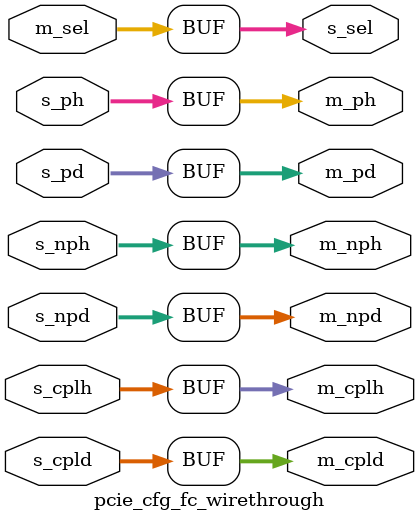
<source format=v>
module pcie_cfg_fc_wirethrough
#(
parameter integer C_PH_WIDTH = 8,
parameter integer C_HAS_PH = 1,
parameter integer C_PD_WIDTH = 12,
parameter integer C_HAS_PD = 1,
parameter integer C_NPH_WIDTH = 8,
parameter integer C_HAS_NPH = 1,
parameter integer C_NPD_WIDTH = 12,
parameter integer C_HAS_NPD = 1,
parameter integer C_CPLH_WIDTH = 8,
parameter integer C_HAS_CPLH = 1,
parameter integer C_CPLD_WIDTH = 12,
parameter integer C_HAS_CPLD = 1,
parameter integer C_SEL_WIDTH = 3,
parameter integer C_HAS_SEL = 1
)
(
(* X_INTERFACE_INFO = "xilinx.com:interface:pcie_cfg_fc_rtl:1.0 M_PCIE_CFG_FC PH " *)
 output wire [((C_PH_WIDTH>0)?C_PH_WIDTH:1)-1:0] m_ph,
(* X_INTERFACE_INFO = "xilinx.com:interface:pcie_cfg_fc_rtl:1.0 M_PCIE_CFG_FC PD " *)
 output wire [((C_PD_WIDTH>0)?C_PD_WIDTH:1)-1:0] m_pd,
(* X_INTERFACE_INFO = "xilinx.com:interface:pcie_cfg_fc_rtl:1.0 M_PCIE_CFG_FC NPH " *)
 output wire [((C_NPH_WIDTH>0)?C_NPH_WIDTH:1)-1:0] m_nph,
(* X_INTERFACE_INFO = "xilinx.com:interface:pcie_cfg_fc_rtl:1.0 M_PCIE_CFG_FC NPD " *)
 output wire [((C_NPD_WIDTH>0)?C_NPD_WIDTH:1)-1:0] m_npd,
(* X_INTERFACE_INFO = "xilinx.com:interface:pcie_cfg_fc_rtl:1.0 M_PCIE_CFG_FC CPLH " *)
 output wire [((C_CPLH_WIDTH>0)?C_CPLH_WIDTH:1)-1:0] m_cplh,
(* X_INTERFACE_INFO = "xilinx.com:interface:pcie_cfg_fc_rtl:1.0 M_PCIE_CFG_FC CPLD " *)
 output wire [((C_CPLD_WIDTH>0)?C_CPLD_WIDTH:1)-1:0] m_cpld,
(* X_INTERFACE_INFO = "xilinx.com:interface:pcie_cfg_fc_rtl:1.0 M_PCIE_CFG_FC SEL " *)
 input wire [((C_SEL_WIDTH>0)?C_SEL_WIDTH:1)-1:0] m_sel,
(* X_INTERFACE_INFO = "xilinx.com:interface:pcie_cfg_fc_rtl:1.0 S_PCIE_CFG_FC PH " *)
input wire [((C_PH_WIDTH>0)?C_PH_WIDTH:1)-1:0] s_ph,
(* X_INTERFACE_INFO = "xilinx.com:interface:pcie_cfg_fc_rtl:1.0 S_PCIE_CFG_FC PD " *)
input wire [((C_PD_WIDTH>0)?C_PD_WIDTH:1)-1:0] s_pd,
(* X_INTERFACE_INFO = "xilinx.com:interface:pcie_cfg_fc_rtl:1.0 S_PCIE_CFG_FC NPH " *)
input wire [((C_NPH_WIDTH>0)?C_NPH_WIDTH:1)-1:0] s_nph,
(* X_INTERFACE_INFO = "xilinx.com:interface:pcie_cfg_fc_rtl:1.0 S_PCIE_CFG_FC NPD " *)
input wire [((C_NPD_WIDTH>0)?C_NPD_WIDTH:1)-1:0] s_npd,
(* X_INTERFACE_INFO = "xilinx.com:interface:pcie_cfg_fc_rtl:1.0 S_PCIE_CFG_FC CPLH " *)
input wire [((C_CPLH_WIDTH>0)?C_CPLH_WIDTH:1)-1:0] s_cplh,
(* X_INTERFACE_INFO = "xilinx.com:interface:pcie_cfg_fc_rtl:1.0 S_PCIE_CFG_FC CPLD " *)
input wire [((C_CPLD_WIDTH>0)?C_CPLD_WIDTH:1)-1:0] s_cpld,
(* X_INTERFACE_INFO = "xilinx.com:interface:pcie_cfg_fc_rtl:1.0 S_PCIE_CFG_FC SEL " *)
output wire [((C_SEL_WIDTH>0)?C_SEL_WIDTH:1)-1:0] s_sel
);
assign m_ph = s_ph;
assign m_pd = s_pd;
assign m_nph = s_nph;
assign m_npd = s_npd;
assign m_cplh = s_cplh;
assign m_cpld = s_cpld;
assign s_sel = m_sel;
endmodule

</source>
